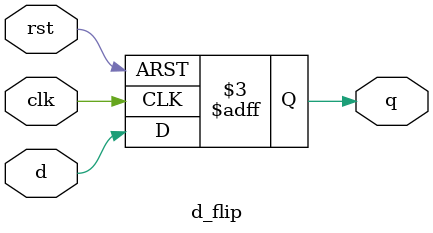
<source format=v>
module d_flip (input d,clk,rst,output reg q);
  always @(posedge clk,negedge rst)begin
    if(!rst)
      q<=0;
    else
      q<=d;
  end
endmodule
  

</source>
